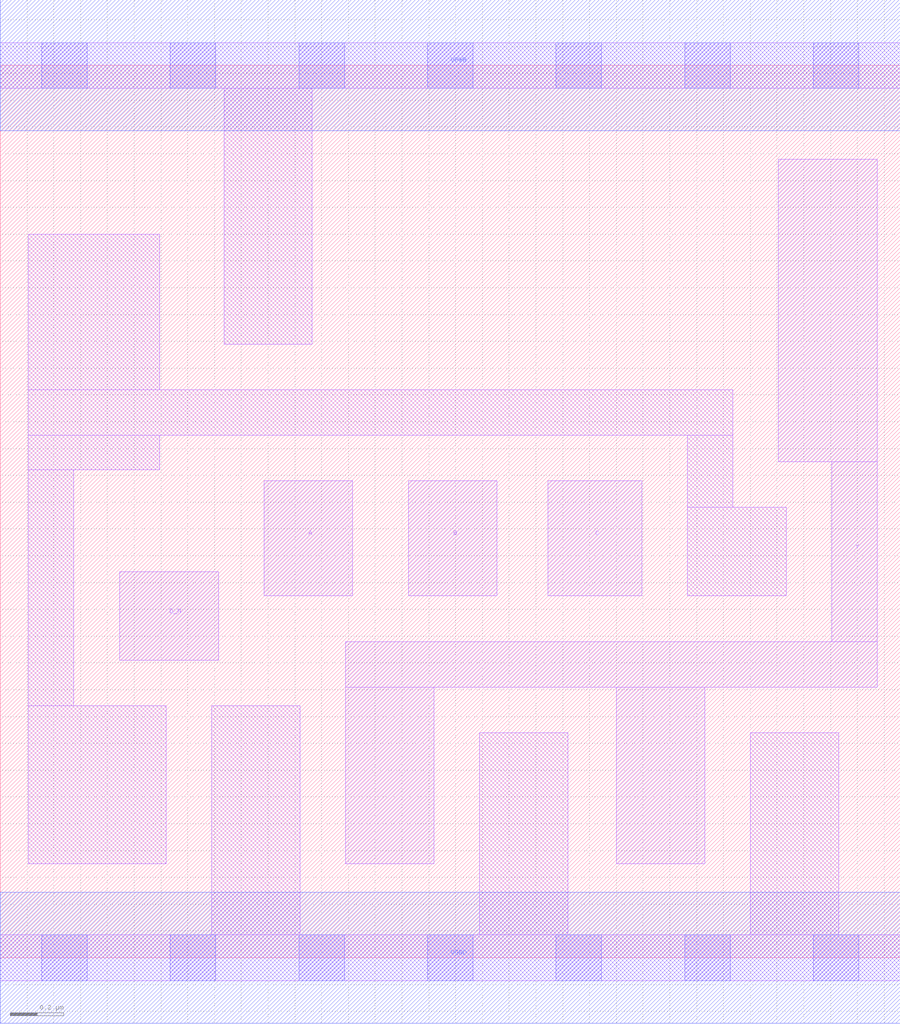
<source format=lef>
# Copyright 2020 The SkyWater PDK Authors
#
# Licensed under the Apache License, Version 2.0 (the "License");
# you may not use this file except in compliance with the License.
# You may obtain a copy of the License at
#
#     https://www.apache.org/licenses/LICENSE-2.0
#
# Unless required by applicable law or agreed to in writing, software
# distributed under the License is distributed on an "AS IS" BASIS,
# WITHOUT WARRANTIES OR CONDITIONS OF ANY KIND, either express or implied.
# See the License for the specific language governing permissions and
# limitations under the License.
#
# SPDX-License-Identifier: Apache-2.0

VERSION 5.7 ;
  NOWIREEXTENSIONATPIN ON ;
  DIVIDERCHAR "/" ;
  BUSBITCHARS "[]" ;
UNITS
  DATABASE MICRONS 200 ;
END UNITS
MACRO sky130_fd_sc_ms__nor4b_1
  CLASS CORE ;
  FOREIGN sky130_fd_sc_ms__nor4b_1 ;
  ORIGIN  0.000000  0.000000 ;
  SIZE  3.360000 BY  3.330000 ;
  SYMMETRY X Y ;
  SITE unit ;
  PIN A
    ANTENNAGATEAREA  0.312600 ;
    DIRECTION INPUT ;
    USE SIGNAL ;
    PORT
      LAYER li1 ;
        RECT 0.985000 1.350000 1.315000 1.780000 ;
    END
  END A
  PIN B
    ANTENNAGATEAREA  0.312600 ;
    DIRECTION INPUT ;
    USE SIGNAL ;
    PORT
      LAYER li1 ;
        RECT 1.525000 1.350000 1.855000 1.780000 ;
    END
  END B
  PIN C
    ANTENNAGATEAREA  0.312600 ;
    DIRECTION INPUT ;
    USE SIGNAL ;
    PORT
      LAYER li1 ;
        RECT 2.045000 1.350000 2.395000 1.780000 ;
    END
  END C
  PIN D_N
    ANTENNAGATEAREA  0.233700 ;
    DIRECTION INPUT ;
    USE SIGNAL ;
    PORT
      LAYER li1 ;
        RECT 0.445000 1.110000 0.815000 1.440000 ;
    END
  END D_N
  PIN Y
    ANTENNADIFFAREA  0.862400 ;
    DIRECTION OUTPUT ;
    USE SIGNAL ;
    PORT
      LAYER li1 ;
        RECT 1.290000 0.350000 1.620000 1.010000 ;
        RECT 1.290000 1.010000 3.275000 1.180000 ;
        RECT 2.300000 0.350000 2.630000 1.010000 ;
        RECT 2.905000 1.850000 3.275000 2.980000 ;
        RECT 3.105000 1.180000 3.275000 1.850000 ;
    END
  END Y
  PIN VGND
    DIRECTION INOUT ;
    USE GROUND ;
    PORT
      LAYER met1 ;
        RECT 0.000000 -0.245000 3.360000 0.245000 ;
    END
  END VGND
  PIN VPWR
    DIRECTION INOUT ;
    USE POWER ;
    PORT
      LAYER met1 ;
        RECT 0.000000 3.085000 3.360000 3.575000 ;
    END
  END VPWR
  OBS
    LAYER li1 ;
      RECT 0.000000 -0.085000 3.360000 0.085000 ;
      RECT 0.000000  3.245000 3.360000 3.415000 ;
      RECT 0.105000  0.350000 0.620000 0.940000 ;
      RECT 0.105000  0.940000 0.275000 1.820000 ;
      RECT 0.105000  1.820000 0.595000 1.950000 ;
      RECT 0.105000  1.950000 2.735000 2.120000 ;
      RECT 0.105000  2.120000 0.595000 2.700000 ;
      RECT 0.790000  0.085000 1.120000 0.940000 ;
      RECT 0.835000  2.290000 1.165000 3.245000 ;
      RECT 1.790000  0.085000 2.120000 0.840000 ;
      RECT 2.565000  1.350000 2.935000 1.680000 ;
      RECT 2.565000  1.680000 2.735000 1.950000 ;
      RECT 2.800000  0.085000 3.130000 0.840000 ;
    LAYER mcon ;
      RECT 0.155000 -0.085000 0.325000 0.085000 ;
      RECT 0.155000  3.245000 0.325000 3.415000 ;
      RECT 0.635000 -0.085000 0.805000 0.085000 ;
      RECT 0.635000  3.245000 0.805000 3.415000 ;
      RECT 1.115000 -0.085000 1.285000 0.085000 ;
      RECT 1.115000  3.245000 1.285000 3.415000 ;
      RECT 1.595000 -0.085000 1.765000 0.085000 ;
      RECT 1.595000  3.245000 1.765000 3.415000 ;
      RECT 2.075000 -0.085000 2.245000 0.085000 ;
      RECT 2.075000  3.245000 2.245000 3.415000 ;
      RECT 2.555000 -0.085000 2.725000 0.085000 ;
      RECT 2.555000  3.245000 2.725000 3.415000 ;
      RECT 3.035000 -0.085000 3.205000 0.085000 ;
      RECT 3.035000  3.245000 3.205000 3.415000 ;
  END
END sky130_fd_sc_ms__nor4b_1
END LIBRARY

</source>
